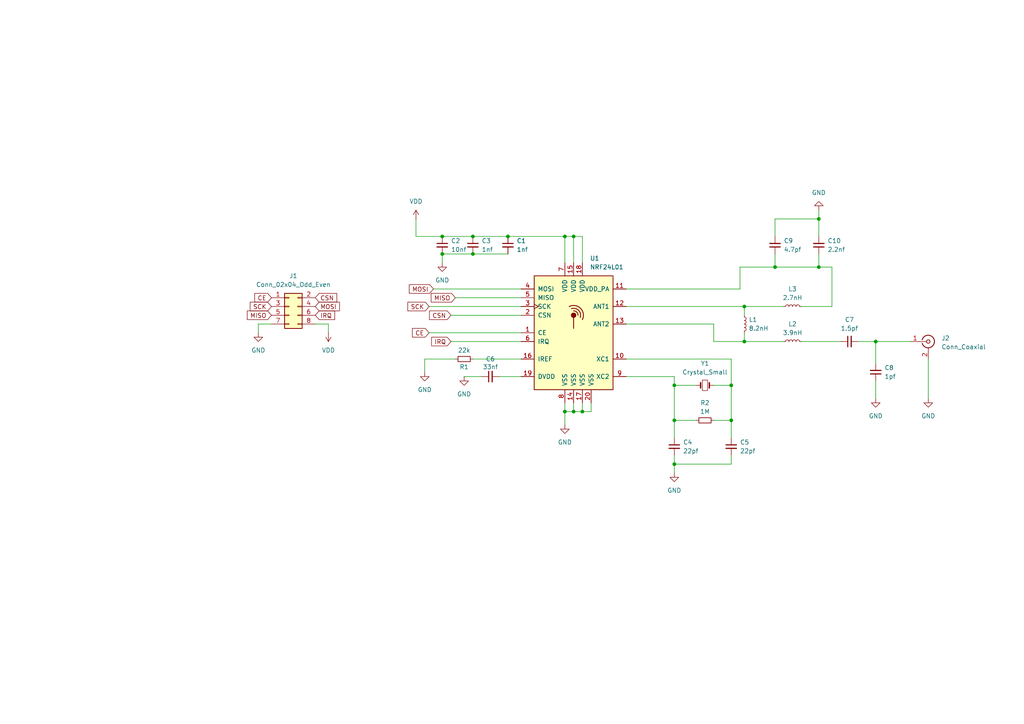
<source format=kicad_sch>
(kicad_sch (version 20231120) (generator "eeschema") (generator_version "8.0")
  (paper "A4")
  (lib_symbols
    (symbol "Connector:Conn_Coaxial" (pin_names (offset 1.016) hide)
      (property "Reference" "J" (at 0.254 3.048 0))
      (property "Value" "Conn_Coaxial" (at 2.921 0 90))
      (symbol "Conn_Coaxial_0_1"
        (arc (start -1.778 -0.508) (mid 0.2311 -1.8066) (end 1.778 0) (stroke (width 0.254)))
        (polyline (pts (xy -2.54 0) (xy -0.508 0)))
        (polyline (pts (xy 0 -2.54) (xy 0 -1.778)))
        (circle (center 0 0) (radius 0.508) (stroke (width 0.2032)))
        (arc (start 1.778 0) (mid 0.2099 1.8101) (end -1.778 0.508) (stroke (width 0.254)))
      )
      (symbol "Conn_Coaxial_1_1"
        (pin passive line (at -5.08 0 0) (length 2.54) (name "In") (number "1"))
        (pin passive line (at 0 -5.08 90) (length 2.54) (name "Ext") (number "2"))
      )
    )
    (symbol "Connector_Generic:Conn_02x04_Odd_Even" (pin_names (offset 1.016) hide)
      (property "Reference" "J" (at 1.27 5.08 0))
      (property "Value" "Conn_02x04_Odd_Even" (at 1.27 -7.62 0))
      (symbol "Conn_02x04_Odd_Even_1_1"
        (rectangle (start -1.27 -4.953) (end 0 -5.207) (stroke (width 0.1524)))
        (rectangle (start -1.27 -2.413) (end 0 -2.667) (stroke (width 0.1524)))
        (rectangle (start -1.27 0.127) (end 0 -0.127) (stroke (width 0.1524)))
        (rectangle (start -1.27 2.667) (end 0 2.413) (stroke (width 0.1524)))
        (rectangle (start -1.27 3.81) (end 3.81 -6.35) (stroke (width 0.254)) (fill (type background)))
        (rectangle (start 3.81 -4.953) (end 2.54 -5.207) (stroke (width 0.1524)))
        (rectangle (start 3.81 -2.413) (end 2.54 -2.667) (stroke (width 0.1524)))
        (rectangle (start 3.81 0.127) (end 2.54 -0.127) (stroke (width 0.1524)))
        (rectangle (start 3.81 2.667) (end 2.54 2.413) (stroke (width 0.1524)))
        (pin passive line (at -5.08 2.54 0) (length 3.81) (name "Pin_1") (number "1"))
        (pin passive line (at 7.62 2.54 180) (length 3.81) (name "Pin_2") (number "2"))
        (pin passive line (at -5.08 0 0) (length 3.81) (name "Pin_3") (number "3"))
        (pin passive line (at 7.62 0 180) (length 3.81) (name "Pin_4") (number "4"))
        (pin passive line (at -5.08 -2.54 0) (length 3.81) (name "Pin_5") (number "5"))
        (pin passive line (at 7.62 -2.54 180) (length 3.81) (name "Pin_6") (number "6"))
        (pin passive line (at -5.08 -5.08 0) (length 3.81) (name "Pin_7") (number "7"))
        (pin passive line (at 7.62 -5.08 180) (length 3.81) (name "Pin_8") (number "8"))
      )
    )
    (symbol "Device:C_Small" (pin_numbers hide) (pin_names (offset 0.254) hide)
      (property "Reference" "C" (at 0.254 1.778 0))
      (property "Value" "C_Small" (at 0.254 -2.032 0))
      (symbol "C_Small_0_1"
        (polyline (pts (xy -1.524 -0.508) (xy 1.524 -0.508)) (stroke (width 0.3302)))
        (polyline (pts (xy -1.524 0.508) (xy 1.524 0.508)) (stroke (width 0.3048)))
      )
      (symbol "C_Small_1_1"
        (pin passive line (at 0 2.54 270) (length 2.032) (name "~") (number "1"))
        (pin passive line (at 0 -2.54 90) (length 2.032) (name "~") (number "2"))
      )
    )
    (symbol "Device:Crystal_Small" (pin_numbers hide) (pin_names (offset 1.016) hide)
      (property "Reference" "Y" (at 0 2.54 0))
      (property "Value" "Crystal_Small" (at 0 -2.54 0))
      (symbol "Crystal_Small_0_1"
        (rectangle (start -0.762 -1.524) (end 0.762 1.524))
        (polyline (pts (xy -1.27 -0.762) (xy -1.27 0.762)) (stroke (width 0.381)))
        (polyline (pts (xy 1.27 -0.762) (xy 1.27 0.762)) (stroke (width 0.381)))
      )
      (symbol "Crystal_Small_1_1"
        (pin passive line (at -2.54 0 0) (length 1.27) (name "1") (number "1"))
        (pin passive line (at 2.54 0 180) (length 1.27) (name "2") (number "2"))
      )
    )
    (symbol "Device:L_Small" (pin_numbers hide) (pin_names (offset 0.254) hide)
      (property "Reference" "L" (at 0.762 1.016 0))
      (property "Value" "L_Small" (at 0.762 -1.016 0))
      (symbol "L_Small_0_1"
        (arc (start 0 -2.032) (mid 0.5058 -1.524) (end 0 -1.016))
        (arc (start 0 -1.016) (mid 0.5058 -0.508) (end 0 0))
        (arc (start 0 0) (mid 0.5058 0.508) (end 0 1.016))
        (arc (start 0 1.016) (mid 0.5058 1.524) (end 0 2.032))
      )
      (symbol "L_Small_1_1"
        (pin passive line (at 0 2.54 270) (length 0.508) (name "~") (number "1"))
        (pin passive line (at 0 -2.54 90) (length 0.508) (name "~") (number "2"))
      )
    )
    (symbol "Device:R_Small" (pin_numbers hide) (pin_names (offset 0.254) hide)
      (property "Reference" "R" (at 0.762 0.508 0))
      (property "Value" "R_Small" (at 0.762 -1.016 0))
      (symbol "R_Small_0_1"
        (rectangle (start -0.762 1.778) (end 0.762 -1.778) (stroke (width 0.2032)))
      )
      (symbol "R_Small_1_1"
        (pin passive line (at 0 2.54 270) (length 0.762) (name "~") (number "1"))
        (pin passive line (at 0 -2.54 90) (length 0.762) (name "~") (number "2"))
      )
    )
    (symbol "RF:NRF24L01" (pin_names (offset 1.016))
      (property "Reference" "U" (at -11.43 17.78 0))
      (property "Value" "NRF24L01" (at 5.08 17.78 0))
      (symbol "NRF24L01_0_1"
        (rectangle (start -11.43 16.51) (end 11.43 -16.51) (stroke (width 0.254)) (fill (type background)))
        (polyline (pts (xy 0 4.445) (xy 0 1.27)) (stroke (width 0.254)))
        (circle (center 0 5.08) (radius 0.635) (stroke (width 0.254)) (fill (type outline)))
        (arc (start 1.27 5.08) (mid 0.9071 5.9946) (end 0 6.35) (stroke (width 0.254)))
        (arc (start 1.905 4.445) (mid 1.4313 6.5254) (end -0.635 6.985) (stroke (width 0.254)))
        (arc (start 2.54 3.81) (mid 2.008 7.088) (end -1.27 7.62) (stroke (width 0.254)))
        (rectangle (start 11.43 -13.97) (end 11.43 -13.97))
      )
      (symbol "NRF24L01_1_1"
        (pin input line (at -15.24 0 0) (length 3.81) (name "CE") (number "1"))
        (pin passive line (at 15.24 -7.62 180) (length 3.81) (name "XC1") (number "10"))
        (pin power_out line (at 15.24 12.7 180) (length 3.81) (name "VDD_PA") (number "11"))
        (pin passive line (at 15.24 7.62 180) (length 3.81) (name "ANT1") (number "12"))
        (pin passive line (at 15.24 2.54 180) (length 3.81) (name "ANT2") (number "13"))
        (pin power_in line (at 0 -20.32 90) (length 3.81) (name "VSS") (number "14"))
        (pin power_in line (at 0 20.32 270) (length 3.81) (name "VDD") (number "15"))
        (pin passive line (at -15.24 -7.62 0) (length 3.81) (name "IREF") (number "16"))
        (pin power_in line (at 2.54 -20.32 90) (length 3.81) (name "VSS") (number "17"))
        (pin power_in line (at 2.54 20.32 270) (length 3.81) (name "VDD") (number "18"))
        (pin power_out line (at -15.24 -12.7 0) (length 3.81) (name "DVDD") (number "19"))
        (pin input line (at -15.24 5.08 0) (length 3.81) (name "CSN") (number "2"))
        (pin power_in line (at 5.08 -20.32 90) (length 3.81) (name "VSS") (number "20"))
        (pin input clock (at -15.24 7.62 0) (length 3.81) (name "SCK") (number "3"))
        (pin input line (at -15.24 12.7 0) (length 3.81) (name "MOSI") (number "4"))
        (pin output line (at -15.24 10.16 0) (length 3.81) (name "MISO") (number "5"))
        (pin output line (at -15.24 -2.54 0) (length 3.81) (name "IRQ") (number "6"))
        (pin power_in line (at -2.54 20.32 270) (length 3.81) (name "VDD") (number "7"))
        (pin power_in line (at -2.54 -20.32 90) (length 3.81) (name "VSS") (number "8"))
        (pin passive line (at 15.24 -12.7 180) (length 3.81) (name "XC2") (number "9"))
      )
    )
    (symbol "power:GND" (power) (pin_numbers hide) (pin_names (offset 0) hide)
      (property "Value" "GND" (at 0 -3.81 0))
      (symbol "GND_0_1"
        (polyline (pts (xy 0 0) (xy 0 -1.27) (xy 1.27 -1.27) (xy 0 -2.54) (xy -1.27 -1.27) (xy 0 -1.27)))
      )
      (symbol "GND_1_1"
        (pin power_in line (at 0 0 270) (length 0) (name "~") (number "1"))
      )
    )
    (symbol "power:VDD" (power) (pin_numbers hide) (pin_names (offset 0) hide)
      (property "Value" "VDD" (at 0 3.556 0))
      (symbol "VDD_0_1"
        (polyline (pts (xy -0.762 1.27) (xy 0 2.54)))
        (polyline (pts (xy 0 0) (xy 0 2.54)))
        (polyline (pts (xy 0 2.54) (xy 0.762 1.27)))
      )
      (symbol "VDD_1_1"
        (pin power_in line (at 0 0 90) (length 0) (name "~") (number "1"))
      )
    )
  )
  (junction (at 195.58 121.92))
  (junction (at 166.37 119.38))
  (junction (at 212.09 121.92))
  (junction (at 168.91 119.38))
  (junction (at 237.49 77.47))
  (junction (at 166.37 68.58))
  (junction (at 128.27 68.58))
  (junction (at 195.58 111.76))
  (junction (at 254 99.06))
  (junction (at 237.49 63.5))
  (junction (at 137.16 68.58))
  (junction (at 163.83 119.38))
  (junction (at 215.9 99.06))
  (junction (at 215.9 88.9))
  (junction (at 195.58 134.62))
  (junction (at 137.16 73.66))
  (junction (at 224.79 77.47))
  (junction (at 212.09 111.76))
  (junction (at 147.32 68.58))
  (junction (at 128.27 73.66))
  (junction (at 163.83 68.58))
  (wire (pts (xy 232.41 99.06) (xy 243.84 99.06)))
  (wire (pts (xy 125.73 83.82) (xy 151.13 83.82)))
  (wire (pts (xy 137.16 104.14) (xy 151.13 104.14)))
  (wire (pts (xy 168.91 68.58) (xy 168.91 76.2)))
  (wire (pts (xy 168.91 116.84) (xy 168.91 119.38)))
  (wire (pts (xy 269.24 104.14) (xy 269.24 115.57)))
  (wire (pts (xy 212.09 104.14) (xy 212.09 111.76)))
  (wire (pts (xy 163.83 119.38) (xy 163.83 123.19)))
  (wire (pts (xy 171.45 116.84) (xy 171.45 119.38)))
  (wire (pts (xy 166.37 68.58) (xy 166.37 76.2)))
  (wire (pts (xy 237.49 60.96) (xy 237.49 63.5)))
  (wire (pts (xy 232.41 88.9) (xy 241.3 88.9)))
  (wire (pts (xy 128.27 73.66) (xy 128.27 76.2)))
  (wire (pts (xy 215.9 99.06) (xy 227.33 99.06)))
  (wire (pts (xy 224.79 77.47) (xy 214.63 77.47)))
  (wire (pts (xy 237.49 63.5) (xy 237.49 68.58)))
  (wire (pts (xy 132.08 104.14) (xy 123.19 104.14)))
  (wire (pts (xy 74.93 93.98) (xy 74.93 96.52)))
  (wire (pts (xy 95.25 93.98) (xy 95.25 96.52)))
  (wire (pts (xy 214.63 77.47) (xy 214.63 83.82)))
  (wire (pts (xy 215.9 99.06) (xy 215.9 96.52)))
  (wire (pts (xy 166.37 116.84) (xy 166.37 119.38)))
  (wire (pts (xy 212.09 121.92) (xy 207.01 121.92)))
  (wire (pts (xy 124.46 96.52) (xy 151.13 96.52)))
  (wire (pts (xy 195.58 109.22) (xy 195.58 111.76)))
  (wire (pts (xy 137.16 73.66) (xy 147.32 73.66)))
  (wire (pts (xy 163.83 68.58) (xy 163.83 76.2)))
  (wire (pts (xy 224.79 63.5) (xy 237.49 63.5)))
  (wire (pts (xy 254 110.49) (xy 254 115.57)))
  (wire (pts (xy 163.83 68.58) (xy 166.37 68.58)))
  (wire (pts (xy 168.91 119.38) (xy 171.45 119.38)))
  (wire (pts (xy 224.79 68.58) (xy 224.79 63.5)))
  (wire (pts (xy 130.81 99.06) (xy 151.13 99.06)))
  (wire (pts (xy 166.37 68.58) (xy 168.91 68.58)))
  (wire (pts (xy 147.32 68.58) (xy 163.83 68.58)))
  (wire (pts (xy 195.58 132.08) (xy 195.58 134.62)))
  (wire (pts (xy 212.09 111.76) (xy 207.01 111.76)))
  (wire (pts (xy 132.08 86.36) (xy 151.13 86.36)))
  (wire (pts (xy 195.58 134.62) (xy 195.58 137.16)))
  (wire (pts (xy 207.01 99.06) (xy 215.9 99.06)))
  (wire (pts (xy 195.58 109.22) (xy 181.61 109.22)))
  (wire (pts (xy 201.93 121.92) (xy 195.58 121.92)))
  (wire (pts (xy 215.9 88.9) (xy 215.9 91.44)))
  (wire (pts (xy 207.01 93.98) (xy 181.61 93.98)))
  (wire (pts (xy 237.49 73.66) (xy 237.49 77.47)))
  (wire (pts (xy 254 99.06) (xy 264.16 99.06)))
  (wire (pts (xy 181.61 104.14) (xy 212.09 104.14)))
  (wire (pts (xy 130.81 91.44) (xy 151.13 91.44)))
  (wire (pts (xy 120.65 63.5) (xy 120.65 68.58)))
  (wire (pts (xy 181.61 88.9) (xy 215.9 88.9)))
  (wire (pts (xy 224.79 73.66) (xy 224.79 77.47)))
  (wire (pts (xy 215.9 88.9) (xy 227.33 88.9)))
  (wire (pts (xy 207.01 99.06) (xy 207.01 93.98)))
  (wire (pts (xy 201.93 111.76) (xy 195.58 111.76)))
  (wire (pts (xy 237.49 77.47) (xy 224.79 77.47)))
  (wire (pts (xy 124.46 88.9) (xy 151.13 88.9)))
  (wire (pts (xy 166.37 119.38) (xy 168.91 119.38)))
  (wire (pts (xy 195.58 121.92) (xy 195.58 127)))
  (wire (pts (xy 241.3 77.47) (xy 237.49 77.47)))
  (wire (pts (xy 254 105.41) (xy 254 99.06)))
  (wire (pts (xy 214.63 83.82) (xy 181.61 83.82)))
  (wire (pts (xy 137.16 68.58) (xy 147.32 68.58)))
  (wire (pts (xy 123.19 104.14) (xy 123.19 107.95)))
  (wire (pts (xy 212.09 121.92) (xy 212.09 127)))
  (wire (pts (xy 128.27 73.66) (xy 137.16 73.66)))
  (wire (pts (xy 212.09 132.08) (xy 212.09 134.62)))
  (wire (pts (xy 78.74 93.98) (xy 74.93 93.98)))
  (wire (pts (xy 163.83 116.84) (xy 163.83 119.38)))
  (wire (pts (xy 144.78 109.22) (xy 151.13 109.22)))
  (wire (pts (xy 120.65 68.58) (xy 128.27 68.58)))
  (wire (pts (xy 134.62 109.22) (xy 139.7 109.22)))
  (wire (pts (xy 128.27 68.58) (xy 137.16 68.58)))
  (wire (pts (xy 163.83 119.38) (xy 166.37 119.38)))
  (wire (pts (xy 212.09 111.76) (xy 212.09 121.92)))
  (wire (pts (xy 241.3 88.9) (xy 241.3 77.47)))
  (wire (pts (xy 91.44 93.98) (xy 95.25 93.98)))
  (wire (pts (xy 212.09 134.62) (xy 195.58 134.62)))
  (wire (pts (xy 195.58 121.92) (xy 195.58 111.76)))
  (wire (pts (xy 254 99.06) (xy 248.92 99.06)))
  (global_label "MOSI" (shape input) (at 125.73 83.82 180) (property "Intersheetrefs" "${INTERSHEET_REFS}" (effects (hide yes))))
  (global_label "MOSI" (shape input) (at 91.44 88.9 0) (property "Intersheetrefs" "${INTERSHEET_REFS}" (effects (hide yes))))
  (global_label "CE" (shape input) (at 124.46 96.52 180) (property "Intersheetrefs" "${INTERSHEET_REFS}" (effects (hide yes))))
  (global_label "CSN" (shape input) (at 130.81 91.44 180) (property "Intersheetrefs" "${INTERSHEET_REFS}" (effects (hide yes))))
  (global_label "IRQ" (shape input) (at 91.44 91.44 0) (property "Intersheetrefs" "${INTERSHEET_REFS}" (effects (hide yes))))
  (global_label "CSN" (shape input) (at 91.44 86.36 0) (property "Intersheetrefs" "${INTERSHEET_REFS}" (effects (hide yes))))
  (global_label "MISO" (shape input) (at 78.74 91.44 180) (property "Intersheetrefs" "${INTERSHEET_REFS}" (effects (hide yes))))
  (global_label "MISO" (shape input) (at 132.08 86.36 180) (property "Intersheetrefs" "${INTERSHEET_REFS}" (effects (hide yes))))
  (global_label "SCK" (shape input) (at 78.74 88.9 180) (property "Intersheetrefs" "${INTERSHEET_REFS}" (effects (hide yes))))
  (global_label "IRQ" (shape input) (at 130.81 99.06 180) (property "Intersheetrefs" "${INTERSHEET_REFS}" (effects (hide yes))))
  (global_label "CE" (shape input) (at 78.74 86.36 180) (property "Intersheetrefs" "${INTERSHEET_REFS}" (effects (hide yes))))
  (global_label "SCK" (shape input) (at 124.46 88.9 180) (property "Intersheetrefs" "${INTERSHEET_REFS}" (effects (hide yes))))
  (symbol (lib_id "Device:R_Small") (at 204.47 121.92 90) (unit 1)
    (property "Reference" "R2" (at 204.47 116.84 90))
    (property "Value" "1M" (at 204.47 119.38 90))
    (property "Footprint" "Resistor_SMD:R_0402_1005Metric" (effects (hide yes)))
    (property "Description" "Resistor, small symbol" (effects (hide yes)))
  )
  (symbol (lib_id "power:GND") (at 123.19 107.95 0) (unit 1)
    (property "Reference" "#PWR04" (effects (hide yes)))
    (property "Value" "GND" (at 123.19 113.03 0))
    (property "Description" "Power symbol creates a global label with name \"GND\" , ground" (effects (hide yes)))
  )
  (symbol (lib_id "Device:C_Small") (at 128.27 71.12 0) (unit 1)
    (property "Reference" "C2" (at 130.81 69.8562 0) (effects (justify left)))
    (property "Value" "10nf" (at 130.81 72.3962 0) (effects (justify left)))
    (property "Footprint" "Capacitor_SMD:C_0402_1005Metric" (effects (hide yes)))
    (property "Description" "Unpolarized capacitor, small symbol" (effects (hide yes)))
  )
  (symbol (lib_id "Device:C_Small") (at 246.38 99.06 90) (unit 1)
    (property "Reference" "C7" (at 246.3863 92.71 90))
    (property "Value" "1.5pf" (at 246.3863 95.25 90))
    (property "Footprint" "Capacitor_SMD:C_0402_1005Metric" (effects (hide yes)))
    (property "Description" "Unpolarized capacitor, small symbol" (effects (hide yes)))
  )
  (symbol (lib_id "power:GND") (at 237.49 60.96 180) (unit 1)
    (property "Reference" "#PWR08" (effects (hide yes)))
    (property "Value" "GND" (at 237.49 55.88 0))
    (property "Description" "Power symbol creates a global label with name \"GND\" , ground" (effects (hide yes)))
  )
  (symbol (lib_id "power:GND") (at 128.27 76.2 0) (unit 1)
    (property "Reference" "#PWR03" (effects (hide yes)))
    (property "Value" "GND" (at 128.27 81.28 0))
    (property "Description" "Power symbol creates a global label with name \"GND\" , ground" (effects (hide yes)))
  )
  (symbol (lib_id "Device:C_Small") (at 147.32 71.12 0) (unit 1)
    (property "Reference" "C1" (at 149.86 69.8562 0) (effects (justify left)))
    (property "Value" "1nf" (at 149.86 72.3962 0) (effects (justify left)))
    (property "Footprint" "Capacitor_SMD:C_0402_1005Metric" (effects (hide yes)))
    (property "Description" "Unpolarized capacitor, small symbol" (effects (hide yes)))
  )
  (symbol (lib_id "Device:Crystal_Small") (at 204.47 111.76 0) (unit 1)
    (property "Reference" "Y1" (at 204.47 105.41 0))
    (property "Value" "Crystal_Small" (at 204.47 107.95 0))
    (property "Footprint" "Crystal:Crystal_SMD_HC49-SD" (effects (hide yes)))
    (property "Description" "Two pin crystal, small symbol" (effects (hide yes)))
  )
  (symbol (lib_id "RF:NRF24L01") (at 166.37 96.52 0) (unit 1)
    (property "Reference" "U1" (at 171.1041 74.93 0) (effects (justify left)))
    (property "Value" "NRF24L01" (at 171.1041 77.47 0) (effects (justify left)))
    (property "Footprint" "Package_DFN_QFN:QFN-20-1EP_4x4mm_P0.5mm_EP2.5x2.5mm" (effects (hide yes)))
    (property "Datasheet" "http://www.nordicsemi.com/eng/content/download/2730/34105/file/nRF24L01_Product_Specification_v2_0.pdf" (effects (hide yes)))
    (property "Description" "Ultra low power 2.4GHz RF Transceiver, QFN-20" (effects (hide yes)))
  )
  (symbol (lib_id "Device:C_Small") (at 237.49 71.12 180) (unit 1)
    (property "Reference" "C10" (at 240.03 69.8435 0) (effects (justify right)))
    (property "Value" "2.2nf" (at 240.03 72.3835 0) (effects (justify right)))
    (property "Footprint" "Capacitor_SMD:C_0402_1005Metric" (effects (hide yes)))
    (property "Description" "Unpolarized capacitor, small symbol" (effects (hide yes)))
  )
  (symbol (lib_id "Connector_Generic:Conn_02x04_Odd_Even") (at 83.82 88.9 0) (unit 1)
    (property "Reference" "J1" (at 85.09 80.01 0))
    (property "Value" "Conn_02x04_Odd_Even" (at 85.09 82.55 0))
    (property "Footprint" "Connector_PinHeader_1.00mm:PinHeader_2x04_P1.00mm_Vertical" (effects (hide yes)))
    (property "Description" "Generic connector, double row, 02x04, odd/even pin numbering scheme (row 1 odd numbers, row 2 even numbers), script generated (kicad-library-utils/schlib/autogen/connector/)" (effects (hide yes)))
  )
  (symbol (lib_id "Device:L_Small") (at 229.87 88.9 90) (unit 1)
    (property "Reference" "L3" (at 229.87 83.82 90))
    (property "Value" "2.7nH" (at 229.87 86.36 90))
    (property "Footprint" "Inductor_SMD:L_0402_1005Metric" (effects (hide yes)))
    (property "Description" "Inductor, small symbol" (effects (hide yes)))
  )
  (symbol (lib_id "Device:R_Small") (at 134.62 104.14 90) (unit 1)
    (property "Reference" "R1" (at 134.62 106.426 90))
    (property "Value" "22k" (at 134.62 101.6 90))
    (property "Footprint" "Resistor_SMD:R_0402_1005Metric" (effects (hide yes)))
    (property "Description" "Resistor, small symbol" (effects (hide yes)))
  )
  (symbol (lib_id "Device:C_Small") (at 224.79 71.12 180) (unit 1)
    (property "Reference" "C9" (at 227.33 69.8435 0) (effects (justify right)))
    (property "Value" "4.7pf" (at 227.33 72.3835 0) (effects (justify right)))
    (property "Footprint" "Capacitor_SMD:C_0402_1005Metric" (effects (hide yes)))
    (property "Description" "Unpolarized capacitor, small symbol" (effects (hide yes)))
  )
  (symbol (lib_id "Device:C_Small") (at 142.24 109.22 90) (unit 1)
    (property "Reference" "C6" (at 142.24 104.14 90))
    (property "Value" "33nf" (at 142.24 106.426 90))
    (property "Footprint" "Capacitor_SMD:C_0402_1005Metric" (effects (hide yes)))
    (property "Description" "Unpolarized capacitor, small symbol" (effects (hide yes)))
  )
  (symbol (lib_id "power:VDD") (at 120.65 63.5 0) (unit 1)
    (property "Reference" "#PWR02" (effects (hide yes)))
    (property "Value" "VDD" (at 120.65 58.42 0))
    (property "Description" "Power symbol creates a global label with name \"VDD\"" (effects (hide yes)))
  )
  (symbol (lib_id "Device:L_Small") (at 229.87 99.06 90) (unit 1)
    (property "Reference" "L2" (at 229.87 93.98 90))
    (property "Value" "3.9nH" (at 229.87 96.52 90))
    (property "Footprint" "Inductor_SMD:L_0402_1005Metric" (effects (hide yes)))
    (property "Description" "Inductor, small symbol" (effects (hide yes)))
  )
  (symbol (lib_id "power:GND") (at 195.58 137.16 0) (unit 1)
    (property "Reference" "#PWR05" (effects (hide yes)))
    (property "Value" "GND" (at 195.58 142.24 0))
    (property "Description" "Power symbol creates a global label with name \"GND\" , ground" (effects (hide yes)))
  )
  (symbol (lib_id "Device:L_Small") (at 215.9 93.98 0) (unit 1)
    (property "Reference" "L1" (at 217.17 92.7099 0) (effects (justify left)))
    (property "Value" "8.2nH" (at 217.17 95.2499 0) (effects (justify left)))
    (property "Footprint" "Inductor_SMD:L_0402_1005Metric" (effects (hide yes)))
    (property "Description" "Inductor, small symbol" (effects (hide yes)))
  )
  (symbol (lib_id "Connector:Conn_Coaxial") (at 269.24 99.06 0) (unit 1)
    (property "Reference" "J2" (at 273.05 98.0831 0) (effects (justify left)))
    (property "Value" "Conn_Coaxial" (at 273.05 100.6231 0) (effects (justify left)))
    (property "Footprint" "Connector_Coaxial:MMCX_Molex_73415-1471_Vertical" (effects (hide yes)))
    (property "Description" "coaxial connector (BNC, SMA, SMB, SMC, Cinch/RCA, LEMO, ...)" (effects (hide yes)))
  )
  (symbol (lib_id "power:GND") (at 74.93 96.52 0) (unit 1)
    (property "Reference" "#PWR09" (effects (hide yes)))
    (property "Value" "GND" (at 74.93 101.6 0))
    (property "Description" "Power symbol creates a global label with name \"GND\" , ground" (effects (hide yes)))
  )
  (symbol (lib_id "power:GND") (at 254 115.57 0) (unit 1)
    (property "Reference" "#PWR07" (effects (hide yes)))
    (property "Value" "GND" (at 254 120.65 0))
    (property "Description" "Power symbol creates a global label with name \"GND\" , ground" (effects (hide yes)))
  )
  (symbol (lib_id "Device:C_Small") (at 195.58 129.54 0) (unit 1)
    (property "Reference" "C4" (at 198.12 128.2762 0) (effects (justify left)))
    (property "Value" "22pf" (at 198.12 130.8162 0) (effects (justify left)))
    (property "Footprint" "Capacitor_SMD:C_0402_1005Metric" (effects (hide yes)))
    (property "Description" "Unpolarized capacitor, small symbol" (effects (hide yes)))
  )
  (symbol (lib_id "Device:C_Small") (at 212.09 129.54 0) (unit 1)
    (property "Reference" "C5" (at 214.63 128.2762 0) (effects (justify left)))
    (property "Value" "22pf" (at 214.63 130.8162 0) (effects (justify left)))
    (property "Footprint" "Capacitor_SMD:C_0402_1005Metric" (effects (hide yes)))
    (property "Description" "Unpolarized capacitor, small symbol" (effects (hide yes)))
  )
  (symbol (lib_id "Device:C_Small") (at 254 107.95 180) (unit 1)
    (property "Reference" "C8" (at 256.54 106.6735 0) (effects (justify right)))
    (property "Value" "1pf" (at 256.54 109.2135 0) (effects (justify right)))
    (property "Footprint" "Capacitor_SMD:C_0402_1005Metric" (effects (hide yes)))
    (property "Description" "Unpolarized capacitor, small symbol" (effects (hide yes)))
  )
  (symbol (lib_id "power:GND") (at 134.62 109.22 0) (unit 1)
    (property "Reference" "#PWR06" (effects (hide yes)))
    (property "Value" "GND" (at 134.62 114.3 0))
    (property "Description" "Power symbol creates a global label with name \"GND\" , ground" (effects (hide yes)))
  )
  (symbol (lib_id "power:VDD") (at 95.25 96.52 180) (unit 1)
    (property "Reference" "#PWR010" (effects (hide yes)))
    (property "Value" "VDD" (at 95.25 101.6 0))
    (property "Description" "Power symbol creates a global label with name \"VDD\"" (effects (hide yes)))
  )
  (symbol (lib_id "Device:C_Small") (at 137.16 71.12 0) (unit 1)
    (property "Reference" "C3" (at 139.7 69.8562 0) (effects (justify left)))
    (property "Value" "1nf" (at 139.7 72.3962 0) (effects (justify left)))
    (property "Footprint" "Capacitor_SMD:C_0402_1005Metric" (effects (hide yes)))
    (property "Description" "Unpolarized capacitor, small symbol" (effects (hide yes)))
  )
  (symbol (lib_id "power:GND") (at 163.83 123.19 0) (unit 1)
    (property "Reference" "#PWR01" (effects (hide yes)))
    (property "Value" "GND" (at 163.83 128.27 0))
    (property "Description" "Power symbol creates a global label with name \"GND\" , ground" (effects (hide yes)))
  )
  (symbol (lib_id "power:GND") (at 269.24 115.57 0) (unit 1)
    (property "Reference" "#PWR011" (effects (hide yes)))
    (property "Value" "GND" (at 269.24 120.65 0))
    (property "Description" "Power symbol creates a global label with name \"GND\" , ground" (effects (hide yes)))
  )
)
</source>
